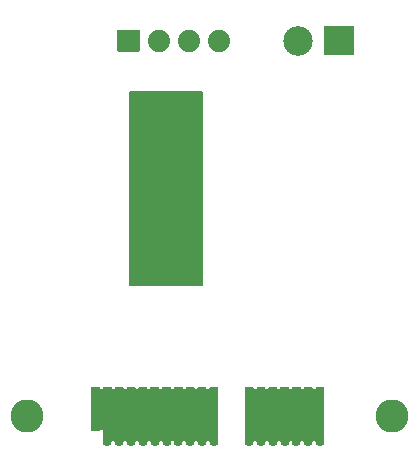
<source format=gbs>
G04 #@! TF.GenerationSoftware,KiCad,Pcbnew,(5.99.0-1251-g6aaee01f1)*
G04 #@! TF.CreationDate,2020-04-14T13:23:22-07:00*
G04 #@! TF.ProjectId,TMC2130_Driver,544d4332-3133-4305-9f44-72697665722e,rev?*
G04 #@! TF.SameCoordinates,PX67f3540PY6cb8080*
G04 #@! TF.FileFunction,Soldermask,Bot*
G04 #@! TF.FilePolarity,Negative*
%FSLAX46Y46*%
G04 Gerber Fmt 4.6, Leading zero omitted, Abs format (unit mm)*
G04 Created by KiCad (PCBNEW (5.99.0-1251-g6aaee01f1)) date 2020-04-14 13:23:22*
%MOMM*%
%LPD*%
G01*
G04 APERTURE LIST*
%ADD10C,2.502000*%
%ADD11C,1.880000*%
%ADD12O,0.752000X0.752000*%
%ADD13C,2.802000*%
%ADD14C,0.127000*%
G04 APERTURE END LIST*
D10*
X25750000Y35000000D03*
G36*
G01*
X30501000Y36200000D02*
X30501000Y33800000D01*
G75*
G02*
X30450000Y33749000I-51000J0D01*
G01*
X28050000Y33749000D01*
G75*
G02*
X27999000Y33800000I0J51000D01*
G01*
X27999000Y36200000D01*
G75*
G02*
X28050000Y36251000I51000J0D01*
G01*
X30450000Y36251000D01*
G75*
G02*
X30501000Y36200000I0J-51000D01*
G01*
G37*
D11*
X19060000Y35000000D03*
X16520000Y35000000D03*
X13980000Y35000000D03*
G36*
G01*
X12380000Y35889000D02*
X12380000Y34111000D01*
G75*
G02*
X12329000Y34060000I-51000J0D01*
G01*
X10551000Y34060000D01*
G75*
G02*
X10500000Y34111000I0J51000D01*
G01*
X10500000Y35889000D01*
G75*
G02*
X10551000Y35940000I51000J0D01*
G01*
X12329000Y35940000D01*
G75*
G02*
X12380000Y35889000I0J-51000D01*
G01*
G37*
D12*
X9652800Y1014800D03*
X27652800Y1014800D03*
X26652800Y1014800D03*
X21652800Y1014800D03*
X18652800Y1014800D03*
X25652800Y1014800D03*
X22652800Y1014800D03*
X10652800Y1014800D03*
X24652800Y1014800D03*
X23652800Y1014800D03*
X17652800Y1014800D03*
X16652800Y1014800D03*
X15652800Y1014800D03*
X14652800Y1014800D03*
X13652800Y1014800D03*
X12652800Y1014800D03*
X11652800Y1014800D03*
G36*
G01*
X22276800Y1014799D02*
X22276800Y5614801D01*
G75*
G02*
X22327799Y5665800I50999J0D01*
G01*
X22977801Y5665800D01*
G75*
G02*
X23028800Y5614801I0J-50999D01*
G01*
X23028800Y1014799D01*
G75*
G02*
X22977801Y963800I-50999J0D01*
G01*
X22327799Y963800D01*
G75*
G02*
X22276800Y1014799I0J50999D01*
G01*
G37*
G36*
G01*
X21276800Y1014799D02*
X21276800Y5614801D01*
G75*
G02*
X21327799Y5665800I50999J0D01*
G01*
X21977801Y5665800D01*
G75*
G02*
X22028800Y5614801I0J-50999D01*
G01*
X22028800Y1014799D01*
G75*
G02*
X21977801Y963800I-50999J0D01*
G01*
X21327799Y963800D01*
G75*
G02*
X21276800Y1014799I0J50999D01*
G01*
G37*
G36*
G01*
X27276800Y1014799D02*
X27276800Y5614801D01*
G75*
G02*
X27327799Y5665800I50999J0D01*
G01*
X27977801Y5665800D01*
G75*
G02*
X28028800Y5614801I0J-50999D01*
G01*
X28028800Y1014799D01*
G75*
G02*
X27977801Y963800I-50999J0D01*
G01*
X27327799Y963800D01*
G75*
G02*
X27276800Y1014799I0J50999D01*
G01*
G37*
G36*
G01*
X26276800Y1014799D02*
X26276800Y5614801D01*
G75*
G02*
X26327799Y5665800I50999J0D01*
G01*
X26977801Y5665800D01*
G75*
G02*
X27028800Y5614801I0J-50999D01*
G01*
X27028800Y1014799D01*
G75*
G02*
X26977801Y963800I-50999J0D01*
G01*
X26327799Y963800D01*
G75*
G02*
X26276800Y1014799I0J50999D01*
G01*
G37*
G36*
G01*
X25276800Y1014799D02*
X25276800Y5614801D01*
G75*
G02*
X25327799Y5665800I50999J0D01*
G01*
X25977801Y5665800D01*
G75*
G02*
X26028800Y5614801I0J-50999D01*
G01*
X26028800Y1014799D01*
G75*
G02*
X25977801Y963800I-50999J0D01*
G01*
X25327799Y963800D01*
G75*
G02*
X25276800Y1014799I0J50999D01*
G01*
G37*
G36*
G01*
X24276800Y1014799D02*
X24276800Y5614801D01*
G75*
G02*
X24327799Y5665800I50999J0D01*
G01*
X24977801Y5665800D01*
G75*
G02*
X25028800Y5614801I0J-50999D01*
G01*
X25028800Y1014799D01*
G75*
G02*
X24977801Y963800I-50999J0D01*
G01*
X24327799Y963800D01*
G75*
G02*
X24276800Y1014799I0J50999D01*
G01*
G37*
G36*
G01*
X23276800Y1014799D02*
X23276800Y5614801D01*
G75*
G02*
X23327799Y5665800I50999J0D01*
G01*
X23977801Y5665800D01*
G75*
G02*
X24028800Y5614801I0J-50999D01*
G01*
X24028800Y1014799D01*
G75*
G02*
X23977801Y963800I-50999J0D01*
G01*
X23327799Y963800D01*
G75*
G02*
X23276800Y1014799I0J50999D01*
G01*
G37*
G36*
G01*
X18276800Y1014799D02*
X18276800Y5614801D01*
G75*
G02*
X18327799Y5665800I50999J0D01*
G01*
X18977801Y5665800D01*
G75*
G02*
X19028800Y5614801I0J-50999D01*
G01*
X19028800Y1014799D01*
G75*
G02*
X18977801Y963800I-50999J0D01*
G01*
X18327799Y963800D01*
G75*
G02*
X18276800Y1014799I0J50999D01*
G01*
G37*
G36*
G01*
X17276800Y1014799D02*
X17276800Y5614801D01*
G75*
G02*
X17327799Y5665800I50999J0D01*
G01*
X17977801Y5665800D01*
G75*
G02*
X18028800Y5614801I0J-50999D01*
G01*
X18028800Y1014799D01*
G75*
G02*
X17977801Y963800I-50999J0D01*
G01*
X17327799Y963800D01*
G75*
G02*
X17276800Y1014799I0J50999D01*
G01*
G37*
G36*
G01*
X16276800Y1014799D02*
X16276800Y5614801D01*
G75*
G02*
X16327799Y5665800I50999J0D01*
G01*
X16977801Y5665800D01*
G75*
G02*
X17028800Y5614801I0J-50999D01*
G01*
X17028800Y1014799D01*
G75*
G02*
X16977801Y963800I-50999J0D01*
G01*
X16327799Y963800D01*
G75*
G02*
X16276800Y1014799I0J50999D01*
G01*
G37*
G36*
G01*
X15276800Y1014799D02*
X15276800Y5614801D01*
G75*
G02*
X15327799Y5665800I50999J0D01*
G01*
X15977801Y5665800D01*
G75*
G02*
X16028800Y5614801I0J-50999D01*
G01*
X16028800Y1014799D01*
G75*
G02*
X15977801Y963800I-50999J0D01*
G01*
X15327799Y963800D01*
G75*
G02*
X15276800Y1014799I0J50999D01*
G01*
G37*
G36*
G01*
X14276800Y1014799D02*
X14276800Y5614801D01*
G75*
G02*
X14327799Y5665800I50999J0D01*
G01*
X14977801Y5665800D01*
G75*
G02*
X15028800Y5614801I0J-50999D01*
G01*
X15028800Y1014799D01*
G75*
G02*
X14977801Y963800I-50999J0D01*
G01*
X14327799Y963800D01*
G75*
G02*
X14276800Y1014799I0J50999D01*
G01*
G37*
G36*
G01*
X13276800Y1014799D02*
X13276800Y5614801D01*
G75*
G02*
X13327799Y5665800I50999J0D01*
G01*
X13977801Y5665800D01*
G75*
G02*
X14028800Y5614801I0J-50999D01*
G01*
X14028800Y1014799D01*
G75*
G02*
X13977801Y963800I-50999J0D01*
G01*
X13327799Y963800D01*
G75*
G02*
X13276800Y1014799I0J50999D01*
G01*
G37*
G36*
G01*
X12276800Y1014799D02*
X12276800Y5614801D01*
G75*
G02*
X12327799Y5665800I50999J0D01*
G01*
X12977801Y5665800D01*
G75*
G02*
X13028800Y5614801I0J-50999D01*
G01*
X13028800Y1014799D01*
G75*
G02*
X12977801Y963800I-50999J0D01*
G01*
X12327799Y963800D01*
G75*
G02*
X12276800Y1014799I0J50999D01*
G01*
G37*
G36*
G01*
X11276800Y1014799D02*
X11276800Y5614801D01*
G75*
G02*
X11327799Y5665800I50999J0D01*
G01*
X11977801Y5665800D01*
G75*
G02*
X12028800Y5614801I0J-50999D01*
G01*
X12028800Y1014799D01*
G75*
G02*
X11977801Y963800I-50999J0D01*
G01*
X11327799Y963800D01*
G75*
G02*
X11276800Y1014799I0J50999D01*
G01*
G37*
G36*
G01*
X10276800Y1014799D02*
X10276800Y5614801D01*
G75*
G02*
X10327799Y5665800I50999J0D01*
G01*
X10977801Y5665800D01*
G75*
G02*
X11028800Y5614801I0J-50999D01*
G01*
X11028800Y1014799D01*
G75*
G02*
X10977801Y963800I-50999J0D01*
G01*
X10327799Y963800D01*
G75*
G02*
X10276800Y1014799I0J50999D01*
G01*
G37*
G36*
G01*
X9276800Y1014799D02*
X9276800Y5614801D01*
G75*
G02*
X9327799Y5665800I50999J0D01*
G01*
X9977801Y5665800D01*
G75*
G02*
X10028800Y5614801I0J-50999D01*
G01*
X10028800Y1014799D01*
G75*
G02*
X9977801Y963800I-50999J0D01*
G01*
X9327799Y963800D01*
G75*
G02*
X9276800Y1014799I0J50999D01*
G01*
G37*
G36*
G01*
X8276800Y2014799D02*
X8276800Y5614801D01*
G75*
G02*
X8327799Y5665800I50999J0D01*
G01*
X8977801Y5665800D01*
G75*
G02*
X9028800Y5614801I0J-50999D01*
G01*
X9028800Y2014799D01*
G75*
G02*
X8977801Y1963800I-50999J0D01*
G01*
X8327799Y1963800D01*
G75*
G02*
X8276800Y2014799I0J50999D01*
G01*
G37*
D13*
X33750000Y3256000D03*
X2800000Y3256000D03*
G36*
X17686500Y14313500D02*
G01*
X11563500Y14313500D01*
X11563500Y30686500D01*
X17686500Y30686500D01*
X17686500Y14313500D01*
G37*
D14*
X17686500Y14313500D02*
X11563500Y14313500D01*
X11563500Y30686500D01*
X17686500Y30686500D01*
X17686500Y14313500D01*
G36*
X25278119Y5603994D02*
G01*
X25278800Y5602490D01*
X25278800Y1027113D01*
X25277800Y1025381D01*
X25275800Y1025381D01*
X25274838Y1026723D01*
X25273487Y1033513D01*
X25245224Y1090829D01*
X25192317Y1126182D01*
X25128820Y1130345D01*
X25071812Y1102233D01*
X25032100Y1033449D01*
X25030762Y1026723D01*
X25029443Y1025219D01*
X25027481Y1025609D01*
X25026800Y1027113D01*
X25026800Y5602490D01*
X25027800Y5604222D01*
X25029800Y5604222D01*
X25030762Y5602880D01*
X25032114Y5596085D01*
X25060378Y5538770D01*
X25113285Y5503418D01*
X25176782Y5499256D01*
X25233789Y5527369D01*
X25273499Y5596149D01*
X25274838Y5602880D01*
X25276157Y5604384D01*
X25278119Y5603994D01*
G37*
G36*
X15278119Y5603994D02*
G01*
X15278800Y5602490D01*
X15278800Y1027113D01*
X15277800Y1025381D01*
X15275800Y1025381D01*
X15274838Y1026723D01*
X15273487Y1033513D01*
X15245224Y1090829D01*
X15192317Y1126182D01*
X15128820Y1130345D01*
X15071812Y1102233D01*
X15032100Y1033449D01*
X15030762Y1026723D01*
X15029443Y1025219D01*
X15027481Y1025609D01*
X15026800Y1027113D01*
X15026800Y5602490D01*
X15027800Y5604222D01*
X15029800Y5604222D01*
X15030762Y5602880D01*
X15032114Y5596085D01*
X15060378Y5538770D01*
X15113285Y5503418D01*
X15176782Y5499256D01*
X15233789Y5527369D01*
X15273499Y5596149D01*
X15274838Y5602880D01*
X15276157Y5604384D01*
X15278119Y5603994D01*
G37*
G36*
X22278119Y5603994D02*
G01*
X22278800Y5602490D01*
X22278800Y1027113D01*
X22277800Y1025381D01*
X22275800Y1025381D01*
X22274838Y1026723D01*
X22273487Y1033513D01*
X22245224Y1090829D01*
X22192317Y1126182D01*
X22128820Y1130345D01*
X22071812Y1102233D01*
X22032100Y1033449D01*
X22030762Y1026723D01*
X22029443Y1025219D01*
X22027481Y1025609D01*
X22026800Y1027113D01*
X22026800Y5602490D01*
X22027800Y5604222D01*
X22029800Y5604222D01*
X22030762Y5602880D01*
X22032114Y5596085D01*
X22060378Y5538770D01*
X22113285Y5503418D01*
X22176782Y5499256D01*
X22233789Y5527369D01*
X22273499Y5596149D01*
X22274838Y5602880D01*
X22276157Y5604384D01*
X22278119Y5603994D01*
G37*
G36*
X16278119Y5603994D02*
G01*
X16278800Y5602490D01*
X16278800Y1027113D01*
X16277800Y1025381D01*
X16275800Y1025381D01*
X16274838Y1026723D01*
X16273487Y1033513D01*
X16245224Y1090829D01*
X16192317Y1126182D01*
X16128820Y1130345D01*
X16071812Y1102233D01*
X16032100Y1033449D01*
X16030762Y1026723D01*
X16029443Y1025219D01*
X16027481Y1025609D01*
X16026800Y1027113D01*
X16026800Y5602490D01*
X16027800Y5604222D01*
X16029800Y5604222D01*
X16030762Y5602880D01*
X16032114Y5596085D01*
X16060378Y5538770D01*
X16113285Y5503418D01*
X16176782Y5499256D01*
X16233789Y5527369D01*
X16273499Y5596149D01*
X16274838Y5602880D01*
X16276157Y5604384D01*
X16278119Y5603994D01*
G37*
G36*
X18278119Y5603994D02*
G01*
X18278800Y5602490D01*
X18278800Y1027113D01*
X18277800Y1025381D01*
X18275800Y1025381D01*
X18274838Y1026723D01*
X18273487Y1033513D01*
X18245224Y1090829D01*
X18192317Y1126182D01*
X18128820Y1130345D01*
X18071812Y1102233D01*
X18032100Y1033449D01*
X18030762Y1026723D01*
X18029443Y1025219D01*
X18027481Y1025609D01*
X18026800Y1027113D01*
X18026800Y5602490D01*
X18027800Y5604222D01*
X18029800Y5604222D01*
X18030762Y5602880D01*
X18032114Y5596085D01*
X18060378Y5538770D01*
X18113285Y5503418D01*
X18176782Y5499256D01*
X18233789Y5527369D01*
X18273499Y5596149D01*
X18274838Y5602880D01*
X18276157Y5604384D01*
X18278119Y5603994D01*
G37*
G36*
X26278119Y5603994D02*
G01*
X26278800Y5602490D01*
X26278800Y1027113D01*
X26277800Y1025381D01*
X26275800Y1025381D01*
X26274838Y1026723D01*
X26273487Y1033513D01*
X26245224Y1090829D01*
X26192317Y1126182D01*
X26128820Y1130345D01*
X26071812Y1102233D01*
X26032100Y1033449D01*
X26030762Y1026723D01*
X26029443Y1025219D01*
X26027481Y1025609D01*
X26026800Y1027113D01*
X26026800Y5602490D01*
X26027800Y5604222D01*
X26029800Y5604222D01*
X26030762Y5602880D01*
X26032114Y5596085D01*
X26060378Y5538770D01*
X26113285Y5503418D01*
X26176782Y5499256D01*
X26233789Y5527369D01*
X26273499Y5596149D01*
X26274838Y5602880D01*
X26276157Y5604384D01*
X26278119Y5603994D01*
G37*
G36*
X10278119Y5603994D02*
G01*
X10278800Y5602490D01*
X10278800Y1027113D01*
X10277800Y1025381D01*
X10275800Y1025381D01*
X10274838Y1026723D01*
X10273487Y1033513D01*
X10245224Y1090829D01*
X10192317Y1126182D01*
X10128820Y1130345D01*
X10071812Y1102233D01*
X10032100Y1033449D01*
X10030762Y1026723D01*
X10029443Y1025219D01*
X10027481Y1025609D01*
X10026800Y1027113D01*
X10026800Y5602490D01*
X10027800Y5604222D01*
X10029800Y5604222D01*
X10030762Y5602880D01*
X10032114Y5596085D01*
X10060378Y5538770D01*
X10113285Y5503418D01*
X10176782Y5499256D01*
X10233789Y5527369D01*
X10273499Y5596149D01*
X10274838Y5602880D01*
X10276157Y5604384D01*
X10278119Y5603994D01*
G37*
G36*
X11278119Y5603994D02*
G01*
X11278800Y5602490D01*
X11278800Y1027113D01*
X11277800Y1025381D01*
X11275800Y1025381D01*
X11274838Y1026723D01*
X11273487Y1033513D01*
X11245224Y1090829D01*
X11192317Y1126182D01*
X11128820Y1130345D01*
X11071812Y1102233D01*
X11032100Y1033449D01*
X11030762Y1026723D01*
X11029443Y1025219D01*
X11027481Y1025609D01*
X11026800Y1027113D01*
X11026800Y5602490D01*
X11027800Y5604222D01*
X11029800Y5604222D01*
X11030762Y5602880D01*
X11032114Y5596085D01*
X11060378Y5538770D01*
X11113285Y5503418D01*
X11176782Y5499256D01*
X11233789Y5527369D01*
X11273499Y5596149D01*
X11274838Y5602880D01*
X11276157Y5604384D01*
X11278119Y5603994D01*
G37*
G36*
X24278119Y5603994D02*
G01*
X24278800Y5602490D01*
X24278800Y1027113D01*
X24277800Y1025381D01*
X24275800Y1025381D01*
X24274838Y1026723D01*
X24273487Y1033513D01*
X24245224Y1090829D01*
X24192317Y1126182D01*
X24128820Y1130345D01*
X24071812Y1102233D01*
X24032100Y1033449D01*
X24030762Y1026723D01*
X24029443Y1025219D01*
X24027481Y1025609D01*
X24026800Y1027113D01*
X24026800Y5602490D01*
X24027800Y5604222D01*
X24029800Y5604222D01*
X24030762Y5602880D01*
X24032114Y5596085D01*
X24060378Y5538770D01*
X24113285Y5503418D01*
X24176782Y5499256D01*
X24233789Y5527369D01*
X24273499Y5596149D01*
X24274838Y5602880D01*
X24276157Y5604384D01*
X24278119Y5603994D01*
G37*
G36*
X12278119Y5603994D02*
G01*
X12278800Y5602490D01*
X12278800Y1027113D01*
X12277800Y1025381D01*
X12275800Y1025381D01*
X12274838Y1026723D01*
X12273487Y1033513D01*
X12245224Y1090829D01*
X12192317Y1126182D01*
X12128820Y1130345D01*
X12071812Y1102233D01*
X12032100Y1033449D01*
X12030762Y1026723D01*
X12029443Y1025219D01*
X12027481Y1025609D01*
X12026800Y1027113D01*
X12026800Y5602490D01*
X12027800Y5604222D01*
X12029800Y5604222D01*
X12030762Y5602880D01*
X12032114Y5596085D01*
X12060378Y5538770D01*
X12113285Y5503418D01*
X12176782Y5499256D01*
X12233789Y5527369D01*
X12273499Y5596149D01*
X12274838Y5602880D01*
X12276157Y5604384D01*
X12278119Y5603994D01*
G37*
G36*
X17278119Y5603994D02*
G01*
X17278800Y5602490D01*
X17278800Y1027113D01*
X17277800Y1025381D01*
X17275800Y1025381D01*
X17274838Y1026723D01*
X17273487Y1033513D01*
X17245224Y1090829D01*
X17192317Y1126182D01*
X17128820Y1130345D01*
X17071812Y1102233D01*
X17032100Y1033449D01*
X17030762Y1026723D01*
X17029443Y1025219D01*
X17027481Y1025609D01*
X17026800Y1027113D01*
X17026800Y5602490D01*
X17027800Y5604222D01*
X17029800Y5604222D01*
X17030762Y5602880D01*
X17032114Y5596085D01*
X17060378Y5538770D01*
X17113285Y5503418D01*
X17176782Y5499256D01*
X17233789Y5527369D01*
X17273499Y5596149D01*
X17274838Y5602880D01*
X17276157Y5604384D01*
X17278119Y5603994D01*
G37*
G36*
X27278119Y5603994D02*
G01*
X27278800Y5602490D01*
X27278800Y1027113D01*
X27277800Y1025381D01*
X27275800Y1025381D01*
X27274838Y1026723D01*
X27273487Y1033513D01*
X27245224Y1090829D01*
X27192317Y1126182D01*
X27128820Y1130345D01*
X27071812Y1102233D01*
X27032100Y1033449D01*
X27030762Y1026723D01*
X27029443Y1025219D01*
X27027481Y1025609D01*
X27026800Y1027113D01*
X27026800Y5602490D01*
X27027800Y5604222D01*
X27029800Y5604222D01*
X27030762Y5602880D01*
X27032114Y5596085D01*
X27060378Y5538770D01*
X27113285Y5503418D01*
X27176782Y5499256D01*
X27233789Y5527369D01*
X27273499Y5596149D01*
X27274838Y5602880D01*
X27276157Y5604384D01*
X27278119Y5603994D01*
G37*
G36*
X13278119Y5603994D02*
G01*
X13278800Y5602490D01*
X13278800Y1027113D01*
X13277800Y1025381D01*
X13275800Y1025381D01*
X13274838Y1026723D01*
X13273487Y1033513D01*
X13245224Y1090829D01*
X13192317Y1126182D01*
X13128820Y1130345D01*
X13071812Y1102233D01*
X13032100Y1033449D01*
X13030762Y1026723D01*
X13029443Y1025219D01*
X13027481Y1025609D01*
X13026800Y1027113D01*
X13026800Y5602490D01*
X13027800Y5604222D01*
X13029800Y5604222D01*
X13030762Y5602880D01*
X13032114Y5596085D01*
X13060378Y5538770D01*
X13113285Y5503418D01*
X13176782Y5499256D01*
X13233789Y5527369D01*
X13273499Y5596149D01*
X13274838Y5602880D01*
X13276157Y5604384D01*
X13278119Y5603994D01*
G37*
G36*
X23278119Y5603994D02*
G01*
X23278800Y5602490D01*
X23278800Y1027113D01*
X23277800Y1025381D01*
X23275800Y1025381D01*
X23274838Y1026723D01*
X23273487Y1033513D01*
X23245224Y1090829D01*
X23192317Y1126182D01*
X23128820Y1130345D01*
X23071812Y1102233D01*
X23032100Y1033449D01*
X23030762Y1026723D01*
X23029443Y1025219D01*
X23027481Y1025609D01*
X23026800Y1027113D01*
X23026800Y5602490D01*
X23027800Y5604222D01*
X23029800Y5604222D01*
X23030762Y5602880D01*
X23032114Y5596085D01*
X23060378Y5538770D01*
X23113285Y5503418D01*
X23176782Y5499256D01*
X23233789Y5527369D01*
X23273499Y5596149D01*
X23274838Y5602880D01*
X23276157Y5604384D01*
X23278119Y5603994D01*
G37*
G36*
X14278119Y5603994D02*
G01*
X14278800Y5602490D01*
X14278800Y1027113D01*
X14277800Y1025381D01*
X14275800Y1025381D01*
X14274838Y1026723D01*
X14273487Y1033513D01*
X14245224Y1090829D01*
X14192317Y1126182D01*
X14128820Y1130345D01*
X14071812Y1102233D01*
X14032100Y1033449D01*
X14030762Y1026723D01*
X14029443Y1025219D01*
X14027481Y1025609D01*
X14026800Y1027113D01*
X14026800Y5602490D01*
X14027800Y5604222D01*
X14029800Y5604222D01*
X14030762Y5602880D01*
X14032114Y5596085D01*
X14060378Y5538770D01*
X14113285Y5503418D01*
X14176782Y5499256D01*
X14233789Y5527369D01*
X14273499Y5596149D01*
X14274838Y5602880D01*
X14276157Y5604384D01*
X14278119Y5603994D01*
G37*
G36*
X9278119Y5603994D02*
G01*
X9278800Y5602490D01*
X9278800Y2004755D01*
X9277800Y2003023D01*
X9275800Y2003023D01*
X9274868Y2004237D01*
X9258259Y2066220D01*
X9213267Y2111213D01*
X9151801Y2127683D01*
X9090336Y2111213D01*
X9045270Y2066147D01*
X9031134Y2028590D01*
X9030762Y2026720D01*
X9029443Y2025216D01*
X9027481Y2025606D01*
X9026800Y2027110D01*
X9026800Y5602490D01*
X9027800Y5604222D01*
X9029800Y5604222D01*
X9030762Y5602880D01*
X9032114Y5596085D01*
X9060378Y5538770D01*
X9113285Y5503418D01*
X9176782Y5499256D01*
X9233789Y5527369D01*
X9273499Y5596149D01*
X9274838Y5602880D01*
X9276157Y5604384D01*
X9278119Y5603994D01*
G37*
M02*

</source>
